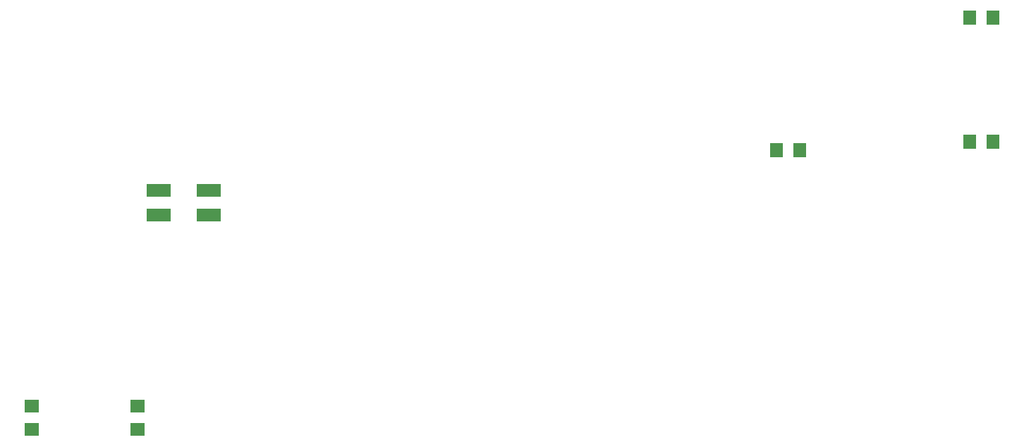
<source format=gbr>
G04 EAGLE Gerber RS-274X export*
G75*
%MOMM*%
%FSLAX34Y34*%
%LPD*%
%INSolderpaste Top*%
%IPPOS*%
%AMOC8*
5,1,8,0,0,1.08239X$1,22.5*%
G01*
%ADD10R,2.900000X1.500000*%
%ADD11R,1.600000X1.800000*%
%ADD12R,1.800000X1.600000*%


D10*
X447675Y499350D03*
X447675Y529350D03*
X387350Y529350D03*
X387350Y499350D03*
D11*
X1129000Y577850D03*
X1157000Y577850D03*
D12*
X234950Y241905D03*
X234950Y269905D03*
X361950Y241905D03*
X361950Y269905D03*
D11*
X1360775Y587375D03*
X1388775Y587375D03*
X1360775Y736600D03*
X1388775Y736600D03*
M02*

</source>
